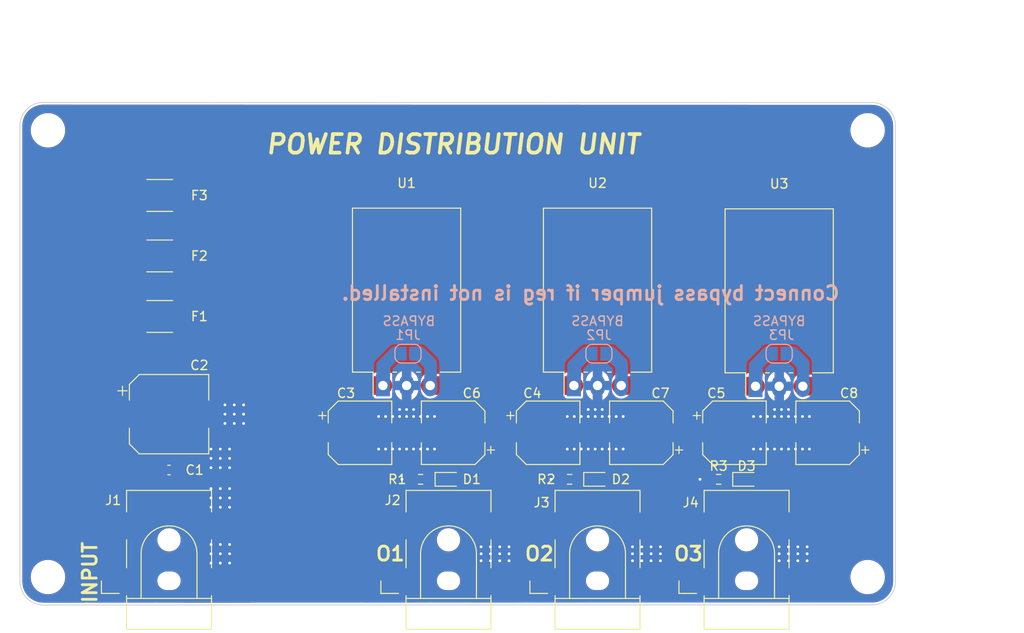
<source format=kicad_pcb>
(kicad_pcb (version 20211014) (generator pcbnew)
  (layers (0 "F.Cu" signal) (31 "B.Cu" signal) (34 "B.Paste" user) (35 "F.Paste" user) (36 "B.SilkS" user "B.Silkscreen") (37 "F.SilkS" user "F.Silkscreen") (38 "B.Mask" user) (39 "F.Mask" user) (44 "Edge.Cuts" user))
  (net 0 "")
  (net 1 "+12V")
  (net 2 "GND")
  (net 3 "Net-(C3-Pad1)")
  (net 4 "Net-(C4-Pad1)")
  (net 5 "Net-(C5-Pad1)")
  (net 6 "Net-(C6-Pad1)")
  (net 7 "Net-(C7-Pad1)")
  (net 8 "Net-(C8-Pad1)")
  (net 9 "Net-(D1-Pad1)")
  (net 10 "Net-(D2-Pad1)")
  (net 11 "Net-(D3-Pad1)")
  (footprint "Capacitor_SMD:C_0603_1608Metric" (layer "F.Cu") (at 111 93.5)
    (fp_text reference "C1" (at 2.75 0) (layer "F.SilkS"))
    (fp_text value "0.1uF")
    (pad "1" smd roundrect (at -0.775 0) (size 0.9 0.95) (layers "F.Cu" "F.Paste" "F.Mask") (net 1 "+12V"))
    (pad "2" smd roundrect (at 0.775 0) (size 0.9 0.95) (layers "F.Cu" "F.Paste" "F.Mask") (net 2 "GND"))
  )
  (footprint "LED_SMD:LED_0603_1608Metric" (layer "F.Cu") (at 141.046797 94.5)
    (fp_text reference "D1" (at 2.453203 0) (layer "F.SilkS"))
    (fp_text value "LED")
    (pad "1" smd roundrect (at -0.7875 0) (size 0.875 0.95) (layers "F.Cu" "F.Paste" "F.Mask") (net 9 "Net-(D1-Pad1)"))
    (pad "2" smd roundrect (at 0.7875 0) (size 0.875 0.95) (layers "F.Cu" "F.Paste" "F.Mask") (net 6 "Net-(C6-Pad1)"))
  )
  (footprint "Converter_DCDC:Converter_DCDC_RECOM_R-78HB-0.5L_THT" (layer "F.Cu") (at 154.46 84.425)
    (fp_text reference "U2" (at 2.54 -21.75) (layer "F.SilkS"))
    (fp_text value "AMSR2-7805JZ")
    (pad "1" thru_hole rect (at 0 0) (size 1.5 2.3) (drill 1) (layers *.Cu *.Mask) (net 4 "Net-(C4-Pad1)"))
    (pad "2" thru_hole oval (at 2.54 0) (size 1.5 2.3) (drill 1) (layers *.Cu *.Mask) (net 2 "GND"))
    (pad "3" thru_hole oval (at 5.08 0) (size 1.5 2.3) (drill 1) (layers *.Cu *.Mask) (net 7 "Net-(C7-Pad1)"))
  )
  (footprint "Fuse:Fuse_1812_4532Metric" (layer "F.Cu") (at 110 64)
    (fp_text reference "F3" (at 4.25 0) (layer "F.SilkS"))
    (fp_text value "Polyfuse")
    (pad "1" smd roundrect (at -2.1375 0) (size 1.125 3.4) (layers "F.Cu" "F.Paste" "F.Mask") (roundrect_rratio 0.2222222222) (net 1 "+12V"))
    (pad "2" smd roundrect (at 2.1375 0) (size 1.125 3.4) (layers "F.Cu" "F.Paste" "F.Mask") (roundrect_rratio 0.2222222222) (net 5 "Net-(C5-Pad1)"))
  )
  (footprint "Converter_DCDC:Converter_DCDC_RECOM_R-78HB-0.5L_THT" (layer "F.Cu") (at 133.96 84.425)
    (fp_text reference "U1" (at 2.54 -21.75) (layer "F.SilkS"))
    (fp_text value "AMSR2-7805JZ")
    (pad "1" thru_hole rect (at 0 0) (size 1.5 2.3) (drill 1) (layers *.Cu *.Mask) (net 3 "Net-(C3-Pad1)"))
    (pad "2" thru_hole oval (at 2.54 0) (size 1.5 2.3) (drill 1) (layers *.Cu *.Mask) (net 2 "GND"))
    (pad "3" thru_hole oval (at 5.08 0) (size 1.5 2.3) (drill 1) (layers *.Cu *.Mask) (net 6 "Net-(C6-Pad1)"))
  )
  (footprint "Resistor_SMD:R_0603_1608Metric" (layer "F.Cu") (at 154 94.5)
    (fp_text reference "R2" (at -2.5 0) (layer "F.SilkS"))
    (fp_text value "4K7")
    (pad "1" smd roundrect (at -0.825 0) (size 0.8 0.95) (layers "F.Cu" "F.Paste" "F.Mask") (net 2 "GND"))
    (pad "2" smd roundrect (at 0.825 0) (size 0.8 0.95) (layers "F.Cu" "F.Paste" "F.Mask") (net 10 "Net-(D2-Pad1)"))
  )
  (footprint "Capacitor_SMD:CP_Elec_8x10" (layer "F.Cu") (at 111 87.5)
    (fp_text reference "C2" (at 3.25 -5.25) (layer "F.SilkS"))
    (fp_text value "220uF")
    (pad "1" smd roundrect (at -3.25 0) (size 3.5 2.5) (layers "F.Cu" "F.Paste" "F.Mask") (roundrect_rratio 0.1) (net 1 "+12V"))
    (pad "2" smd roundrect (at 3.25 0) (size 3.5 2.5) (layers "F.Cu" "F.Paste" "F.Mask") (roundrect_rratio 0.1) (net 2 "GND"))
  )
  (footprint "MountingHole:MountingHole_3.2mm_M3" (layer "F.Cu") (at 98 105)
    (fp_text reference "H3" hide)
    (fp_text value "MountingHole")
    (pad "" np_thru_hole circle (at 0 0) (size 3.2 3.2) (drill 3.2) (layers *.Cu *.Mask))
  )
  (footprint "MountingHole:MountingHole_3.2mm_M3" (layer "F.Cu") (at 186 57)
    (fp_text reference "H2" hide)
    (fp_text value "MountingHole")
    (pad "" np_thru_hole circle (at 0 0) (size 3.2 3.2) (drill 3.2) (layers *.Cu *.Mask))
  )
  (footprint "Fuse:Fuse_1812_4532Metric" (layer "F.Cu") (at 110 77)
    (fp_text reference "F1" (at 4.25 0) (layer "F.SilkS"))
    (fp_text value "Polyfuse")
    (pad "1" smd roundrect (at -2.1375 0) (size 1.125 3.4) (layers "F.Cu" "F.Paste" "F.Mask") (roundrect_rratio 0.2222222222) (net 1 "+12V"))
    (pad "2" smd roundrect (at 2.1375 0) (size 1.125 3.4) (layers "F.Cu" "F.Paste" "F.Mask") (roundrect_rratio 0.2222222222) (net 3 "Net-(C3-Pad1)"))
  )
  (footprint "Connector_BarrelJack:BarrelJack_CLIFF_FC681465S_SMT_Horizontal" (layer "F.Cu") (at 157 102.5 90)
    (fp_text reference "J3" (at 5.5 -6 180) (layer "F.SilkS"))
    (fp_text value "OUT2")
    (pad "" np_thru_hole oval (at -2.9 0 180) (size 2 1.5) (drill oval 2 1.5) (layers *.Cu *.Mask))
    (pad "" np_thru_hole circle (at 1.5 0 180) (size 2 2) (drill 2) (layers *.Cu *.Mask))
    (pad "1" smd rect (at 3 -5.5 180) (size 3 2) (layers "F.Cu" "F.Paste" "F.Mask") (net 7 "Net-(C7-Pad1)"))
    (pad "1" smd rect (at -3 -5.5 180) (size 3 2) (layers "F.Cu" "F.Paste" "F.Mask") (net 7 "Net-(C7-Pad1)"))
    (pad "2" smd rect (at 3 5.5 180) (size 3 2) (layers "F.Cu" "F.Paste" "F.Mask") (net 2 "GND"))
    (pad "3" smd rect (at -3 5.5 180) (size 3 2) (layers "F.Cu" "F.Paste" "F.Mask") (net 2 "GND"))
  )
  (footprint "Resistor_SMD:R_0603_1608Metric" (layer "F.Cu") (at 170 94.5)
    (fp_text reference "R3" (at 0 -1.43) (layer "F.SilkS"))
    (fp_text value "4K7")
    (pad "1" smd roundrect (at -0.825 0) (size 0.8 0.95) (layers "F.Cu" "F.Paste" "F.Mask") (net 2 "GND"))
    (pad "2" smd roundrect (at 0.825 0) (size 0.8 0.95) (layers "F.Cu" "F.Paste" "F.Mask") (net 11 "Net-(D3-Pad1)"))
  )
  (footprint "Capacitor_SMD:CP_Elec_6.3x5.4" (layer "F.Cu") (at 171.7 89.5)
    (fp_text reference "C5" (at -1.95 -4.25) (layer "F.SilkS"))
    (fp_text value "22uF")
    (pad "1" smd roundrect (at -2.8 0) (size 3.5 1.6) (layers "F.Cu" "F.Paste" "F.Mask") (roundrect_rratio 0.15625) (net 5 "Net-(C5-Pad1)"))
    (pad "2" smd roundrect (at 2.8 0) (size 3.5 1.6) (layers "F.Cu" "F.Paste" "F.Mask") (roundrect_rratio 0.15625) (net 2 "GND"))
  )
  (footprint "MountingHole:MountingHole_3.2mm_M3" (layer "F.Cu") (at 98 57)
    (fp_text reference "H1" hide)
    (fp_text value "MountingHole")
    (pad "" np_thru_hole circle (at 0 0) (size 3.2 3.2) (drill 3.2) (layers *.Cu *.Mask))
  )
  (footprint "Capacitor_SMD:CP_Elec_6.3x5.4" (layer "F.Cu") (at 141.5 89.5 180)
    (fp_text reference "C6" (at -2 4.25) (layer "F.SilkS"))
    (fp_text value "22uF")
    (pad "1" smd roundrect (at -2.8 0 180) (size 3.5 1.6) (layers "F.Cu" "F.Paste" "F.Mask") (roundrect_rratio 0.15625) (net 6 "Net-(C6-Pad1)"))
    (pad "2" smd roundrect (at 2.8 0 180) (size 3.5 1.6) (layers "F.Cu" "F.Paste" "F.Mask") (roundrect_rratio 0.15625) (net 2 "GND"))
  )
  (footprint "Resistor_SMD:R_0603_1608Metric" (layer "F.Cu") (at 138 94.5)
    (fp_text reference "R1" (at -2.5 0) (layer "F.SilkS"))
    (fp_text value "2K")
    (pad "1" smd roundrect (at -0.825 0) (size 0.8 0.95) (layers "F.Cu" "F.Paste" "F.Mask") (net 2 "GND"))
    (pad "2" smd roundrect (at 0.825 0) (size 0.8 0.95) (layers "F.Cu" "F.Paste" "F.Mask") (net 9 "Net-(D1-Pad1)"))
  )
  (footprint "Converter_DCDC:Converter_DCDC_RECOM_R-78HB-0.5L_THT" (layer "F.Cu") (at 173.96 84.5)
    (fp_text reference "U3" (at 2.54 -21.75) (layer "F.SilkS"))
    (fp_text value "AMSR2-7805JZ")
    (pad "1" thru_hole rect (at 0 0) (size 1.5 2.3) (drill 1) (layers *.Cu *.Mask) (net 5 "Net-(C5-Pad1)"))
    (pad "2" thru_hole oval (at 2.54 0) (size 1.5 2.3) (drill 1) (layers *.Cu *.Mask) (net 2 "GND"))
    (pad "3" thru_hole oval (at 5.08 0) (size 1.5 2.3) (drill 1) (layers *.Cu *.Mask) (net 8 "Net-(C8-Pad1)"))
  )
  (footprint "Connector_BarrelJack:BarrelJack_CLIFF_FC681465S_SMT_Horizontal" (layer "F.Cu") (at 173 102.5 90)
    (fp_text reference "J4" (at 5.5 -6 180) (layer "F.SilkS"))
    (fp_text value "OUT3")
    (pad "" np_thru_hole oval (at -2.9 0 180) (size 2 1.5) (drill oval 2 1.5) (layers *.Cu *.Mask))
    (pad "" np_thru_hole circle (at 1.5 0 180) (size 2 2) (drill 2) (layers *.Cu *.Mask))
    (pad "1" smd rect (at -3 -5.5 180) (size 3 2) (layers "F.Cu" "F.Paste" "F.Mask") (net 8 "Net-(C8-Pad1)"))
    (pad "1" smd rect (at 3 -5.5 180) (size 3 2) (layers "F.Cu" "F.Paste" "F.Mask") (net 8 "Net-(C8-Pad1)"))
    (pad "2" smd rect (at 3 5.5 180) (size 3 2) (layers "F.Cu" "F.Paste" "F.Mask") (net 2 "GND"))
    (pad "3" smd rect (at -3 5.5 180) (size 3 2) (layers "F.Cu" "F.Paste" "F.Mask") (net 2 "GND"))
  )
  (footprint "LED_SMD:LED_0603_1608Metric" (layer "F.Cu") (at 157 94.5)
    (fp_text reference "D2" (at 2.5 0) (layer "F.SilkS"))
    (fp_text value "LED")
    (pad "1" smd roundrect (at -0.7875 0) (size 0.875 0.95) (layers "F.Cu" "F.Paste" "F.Mask") (net 10 "Net-(D2-Pad1)"))
    (pad "2" smd roundrect (at 0.7875 0) (size 0.875 0.95) (layers "F.Cu" "F.Paste" "F.Mask") (net 7 "Net-(C7-Pad1)"))
  )
  (footprint "Capacitor_SMD:CP_Elec_6.3x5.4" (layer "F.Cu") (at 181.7 89.5 180)
    (fp_text reference "C8" (at -2.3 4.25) (layer "F.SilkS"))
    (fp_text value "22uF")
    (pad "1" smd roundrect (at -2.8 0 180) (size 3.5 1.6) (layers "F.Cu" "F.Paste" "F.Mask") (roundrect_rratio 0.15625) (net 8 "Net-(C8-Pad1)"))
    (pad "2" smd roundrect (at 2.8 0 180) (size 3.5 1.6) (layers "F.Cu" "F.Paste" "F.Mask") (roundrect_rratio 0.15625) (net 2 "GND"))
  )
  (footprint "LED_SMD:LED_0603_1608Metric" (layer "F.Cu") (at 173 94.5)
    (fp_text reference "D3" (at 0 -1.43) (layer "F.SilkS"))
    (fp_text value "LED")
    (pad "1" smd roundrect (at -0.7875 0) (size 0.875 0.95) (layers "F.Cu" "F.Paste" "F.Mask") (net 11 "Net-(D3-Pad1)"))
    (pad "2" smd roundrect (at 0.7875 0) (size 0.875 0.95) (layers "F.Cu" "F.Paste" "F.Mask") (net 8 "Net-(C8-Pad1)"))
  )
  (footprint "Capacitor_SMD:CP_Elec_6.3x5.4" (layer "F.Cu") (at 131.5 89.5)
    (fp_text reference "C3" (at -1.5 -4.25) (layer "F.SilkS"))
    (fp_text value "22uF")
    (pad "1" smd roundrect (at -2.8 0) (size 3.5 1.6) (layers "F.Cu" "F.Paste" "F.Mask") (roundrect_rratio 0.15625) (net 3 "Net-(C3-Pad1)"))
    (pad "2" smd roundrect (at 2.8 0) (size 3.5 1.6) (layers "F.Cu" "F.Paste" "F.Mask") (roundrect_rratio 0.15625) (net 2 "GND"))
  )
  (footprint "Connector_BarrelJack:BarrelJack_CLIFF_FC681465S_SMT_Horizontal" (layer "F.Cu") (at 141 102.5 90)
    (fp_text reference "J2" (at 5.75 -6 180) (layer "F.SilkS"))
    (fp_text value "OUT1")
    (pad "" np_thru_hole circle (at 1.5 0 180) (size 2 2) (drill 2) (layers *.Cu *.Mask))
    (pad "" np_thru_hole oval (at -2.9 0 180) (size 2 1.5) (drill oval 2 1.5) (layers *.Cu *.Mask))
    (pad "1" smd rect (at -3 -5.5 180) (size 3 2) (layers "F.Cu" "F.Paste" "F.Mask") (net 6 "Net-(C6-Pad1)"))
    (pad "1" smd rect (at 3 -5.5 180) (size 3 2) (layers "F.Cu" "F.Paste" "F.Mask") (net 6 "Net-(C6-Pad1)"))
    (pad "2" smd rect (at 3 5.5 180) (size 3 2) (layers "F.Cu" "F.Paste" "F.Mask") (net 2 "GND"))
    (pad "3" smd rect (at -3 5.5 180) (size 3 2) (layers "F.Cu" "F.Paste" "F.Mask") (net 2 "GND"))
  )
  (footprint "Capacitor_SMD:CP_Elec_6.3x5.4" (layer "F.Cu") (at 151.7 89.5)
    (fp_text reference "C4" (at -1.7 -4.25) (layer "F.SilkS"))
    (fp_text value "22uF")
    (pad "1" smd roundrect (at -2.8 0) (size 3.5 1.6) (layers "F.Cu" "F.Paste" "F.Mask") (roundrect_rratio 0.15625) (net 4 "Net-(C4-Pad1)"))
    (pad "2" smd roundrect (at 2.8 0) (size 3.5 1.6) (layers "F.Cu" "F.Paste" "F.Mask") (roundrect_rratio 0.15625) (net 2 "GND"))
  )
  (footprint "Connector_BarrelJack:BarrelJack_CLIFF_FC681465S_SMT_Horizontal" (layer "F.Cu") (at 111 102.5 90)
    (fp_text reference "J1" (at 5.75 -6 180) (layer "F.SilkS"))
    (fp_text value "IN")
    (pad "" np_thru_hole oval (at -2.9 0 180) (size 2 1.5) (drill oval 2 1.5) (layers *.Cu *.Mask))
    (pad "" np_thru_hole circle (at 1.5 0 180) (size 2 2) (drill 2) (layers *.Cu *.Mask))
    (pad "1" smd rect (at -3 -5.5 180) (size 3 2) (layers "F.Cu" "F.Paste" "F.Mask") (net 1 "+12V"))
    (pad "1" smd rect (at 3 -5.5 180) (size 3 2) (layers "F.Cu" "F.Paste" "F.Mask") (net 1 "+12V"))
    (pad "2" smd rect (at 3 5.5 180) (size 3 2) (layers "F.Cu" "F.Paste" "F.Mask") (net 2 "GND"))
    (pad "3" smd rect (at -3 5.5 180) (size 3 2) (layers "F.Cu" "F.Paste" "F.Mask") (net 2 "GND"))
  )
  (footprint "Capacitor_SMD:CP_Elec_6.3x5.4" (layer "F.Cu") (at 161.7 89.5 180)
    (fp_text reference "C7" (at -2.05 4.25) (layer "F.SilkS"))
    (fp_text value "22uF")
    (pad "1" smd roundrect (at -2.8 0 180) (size 3.5 1.6) (layers "F.Cu" "F.Paste" "F.Mask") (roundrect_rratio 0.15625) (net 7 "Net-(C7-Pad1)"))
    (pad "2" smd roundrect (at 2.8 0 180) (size 3.5 1.6) (layers "F.Cu" "F.Paste" "F.Mask") (roundrect_rratio 0.15625) (net 2 "GND"))
  )
  (footprint "Voltlog:voltlog_mask_5mm" (layer "F.Cu") (at 126 98.5)
    (fp_text reference "V1" hide)
    (fp_text value "VOLTLOG_LOGO" hide)
  )
  (footprint "MountingHole:MountingHole_3.2mm_M3" (layer "F.Cu") (at 186 105)
    (fp_text reference "H4" hide)
    (fp_text value "MountingHole")
    (pad "" np_thru_hole circle (at 0 0) (size 3.2 3.2) (drill 3.2) (layers *.Cu *.Mask))
  )
  (footprint "Fuse:Fuse_1812_4532Metric" (layer "F.Cu") (at 110 70.5)
    (fp_text reference "F2" (at 4.25 0) (layer "F.SilkS"))
    (fp_text value "Polyfuse")
    (pad "1" smd roundrect (at -2.1375 0) (size 1.125 3.4) (layers "F.Cu" "F.Paste" "F.Mask") (roundrect_rratio 0.2222222222) (net 1 "+12V"))
    (pad "2" smd roundrect (at 2.1375 0) (size 1.125 3.4) (layers "F.Cu" "F.Paste" "F.Mask") (roundrect_rratio 0.2222222222) (net 4 "Net-(C4-Pad1)"))
  )
  (footprint "Jumper:SolderJumper-2_P1.3mm_Open_RoundedPad1.0x1.5mm" (layer "B.Cu") (at 136.65 81)
    (fp_text reference "JP1" (at 0 -2) (layer "B.SilkS") (effects (justify mirror)))
    (fp_text value "bypass")
    (pad "1" smd custom (at -0.65 0) (size 1 0.5) (layers "B.Cu" "B.Mask") (net 3 "Net-(C3-Pad1)") (options (clearance outline) (anchor rect)) (primitives (gr_circle (center 0 -0.25) (end 0.5 -0.25) (width 0) (fill yes)) (gr_circle (center 0 0.25) (end 0.5 0.25) (width 0) (fill yes)) (gr_poly (pts (xy 0.5 0.75) (xy 0 0.75) (xy 0 -0.75) (xy 0.5 -0.75)) (width 0) (fill yes))))
    (pad "2" smd custom (at 0.65 0) (size 1 0.5) (layers "B.Cu" "B.Mask") (net 6 "Net-(C6-Pad1)") (options (clearance outline) (anchor rect)) (primitives (gr_circle (center 0 -0.25) (end 0.5 -0.25) (width 0) (fill yes)) (gr_circle (center 0 0.25) (end 0.5 0.25) (width 0) (fill yes)) (gr_poly (pts (xy 0 0.75) (xy -0.5 0.75) (xy -0.5 -0.75) (xy 0 -0.75)) (width 0) (fill yes))))
  )
  (footprint "Jumper:SolderJumper-2_P1.3mm_Open_RoundedPad1.0x1.5mm" (layer "B.Cu") (at 157.15 81)
    (fp_text reference "JP2" (at 0 -2) (layer "B.SilkS") (effects (justify mirror)))
    (fp_text value "bypass")
    (pad "1" smd custom (at -0.65 0) (size 1 0.5) (layers "B.Cu" "B.Mask") (net 4 "Net-(C4-Pad1)") (options (clearance outline) (anchor rect)) (primitives (gr_circle (center 0 -0.25) (end 0.5 -0.25) (width 0) (fill yes)) (gr_circle (center 0 0.25) (end 0.5 0.25) (width 0) (fill yes)) (gr_poly (pts (xy 0.5 0.75) (xy 0 0.75) (xy 0 -0.75) (xy 0.5 -0.75)) (width 0) (fill yes))))
    (pad "2" smd custom (at 0.65 0) (size 1 0.5) (layers "B.Cu" "B.Mask") (net 7 "Net-(C7-Pad1)") (options (clearance outline) (anchor rect)) (primitives (gr_circle (center 0 -0.25) (end 0.5 -0.25) (width 0) (fill yes)) (gr_circle (center 0 0.25) (end 0.5 0.25) (width 0) (fill yes)) (gr_poly (pts (xy 0 0.75) (xy -0.5 0.75) (xy -0.5 -0.75) (xy 0 -0.75)) (width 0) (fill yes))))
  )
  (footprint "Jumper:SolderJumper-2_P1.3mm_Open_RoundedPad1.0x1.5mm" (layer "B.Cu") (at 176.5 81)
    (fp_text reference "JP3" (at 0.25 -2) (layer "B.SilkS") (effects (justify mirror)))
    (fp_text value "bypass")
    (pad "1" smd custom (at -0.65 0) (size 1 0.5) (layers "B.Cu" "B.Mask") (net 5 "Net-(C5-Pad1)") (options (clearance outline) (anchor rect)) (primitives (gr_circle (center 0 -0.25) (end 0.5 -0.25) (width 0) (fill yes)) (gr_circle (center 0 0.25) (end 0.5 0.25) (width 0) (fill yes)) (gr_poly (pts (xy 0.5 0.75) (xy 0 0.75) (xy 0 -0.75) (xy 0.5 -0.75)) (width 0) (fill yes))))
    (pad "2" smd custom (at 0.65 0) (size 1 0.5) (layers "B.Cu" "B.Mask") (net 8 "Net-(C8-Pad1)") (options (clearance outline) (anchor rect)) (primitives (gr_circle (center 0 -0.25) (end 0.5 -0.25) (width 0) (fill yes)) (gr_circle (center 0 0.25) (end 0.5 0.25) (width 0) (fill yes)) (gr_poly (pts (xy 0 0.75) (xy -0.5 0.75) (xy -0.5 -0.75) (xy 0 -0.75)) (width 0) (fill yes))))
  )
  (gr_arc (start 188.982233 105.482233) (mid 188.25 107.25) (end 186.482233 107.982233) (layer "Edge.Cuts") (width 0.1))
  (gr_line (start 95 105.5) (end 95 56.5) (layer "Edge.Cuts") (width 0.1))
  (gr_line (start 188.982233 56.517767) (end 188.982233 105.482233) (layer "Edge.Cuts") (width 0.1))
  (gr_line (start 186.482233 107.982233) (end 97.5 108) (layer "Edge.Cuts") (width 0.1))
  (gr_arc (start 95 56.5) (mid 95.732233 54.732233) (end 97.5 54) (layer "Edge.Cuts") (width 0.1))
  (gr_arc (start 186.482233 54.017767) (mid 188.25 54.75) (end 188.982233 56.517767) (layer "Edge.Cuts") (width 0.1))
  (gr_line (start 97.5 54) (end 186.482233 54.017767) (layer "Edge.Cuts") (width 0.1))
  (gr_arc (start 97.5 108) (mid 95.732233 107.267767) (end 95 105.5) (layer "Edge.Cuts") (width 0.1))
  (gr_text "Connect bypass jumper if reg is not installed." (at 156.25 74.5) (layer "B.SilkS") (effects (font (size 1.5 1.5) (thickness 0.3)) (justify mirror)))
  (gr_text "BYPASS" (at 157 77.5) (layer "B.SilkS") (effects (font (size 1 1)) (justify mirror)))
  (gr_text "BYPASS" (at 136.75 77.5) (layer "B.SilkS") (effects (font (size 1 1)) (justify mirror)))
  (gr_text "BYPASS" (at 176.5 77.5) (layer "B.SilkS") (effects (font (size 1 1)) (justify mirror)))
  (gr_text "O3" (at 166.75 102.5) (layer "F.SilkS") (effects (font (size 1.5 1.5) (thickness 0.3))))
  (gr_text "INPUT" (at 102.5 104.5 90) (layer "F.SilkS") (effects (font (size 1.5 1.5) (thickness 0.3))))
  (gr_text "O2" (at 150.75 102.5) (layer "F.SilkS") (effects (font (size 1.5 1.5) (thickness 0.3))))
  (gr_text "O1" (at 134.75 102.5) (layer "F.SilkS") (effects (font (size 1.5 1.5) (thickness 0.3))))
  (gr_text "POWER DISTRIBUTION UNIT" (at 141.5 58.5) (layer "F.SilkS") (effects (font (size 2 2) (thickness 0.4) italic)))
  (segment (start 110.225 93.5) (end 107.75 93.5) (width 0.6) (layer "F.Cu") (net 1))
  (segment (start 169.175 94.5) (end 168 94.5) (width 0.3) (layer "F.Cu") (net 2))
  (segment (start 111.775 93.5) (end 113.75 93.5) (width 0.6) (layer "F.Cu") (net 2))
  (segment (start 137.175 94.5) (end 136 94.5) (width 0.3) (layer "F.Cu") (net 2))
  (segment (start 153.175 94.5) (end 152 94.5) (width 0.3) (layer "F.Cu") (net 2))
  (via (at 178.5 102.5) (size 0.6) (drill 0.3) (layers "F.Cu" "B.Cu") (net 2))
  (via (at 115.5 97.5) (size 0.6) (drill 0.3) (layers "F.Cu" "B.Cu") (net 2))
  (via (at 177.5 103.25) (size 0.6) (drill 0.3) (layers "F.Cu" "B.Cu") (net 2))
  (via (at 145.5 103.25) (size 0.6) (drill 0.3) (layers "F.Cu" "B.Cu") (net 2))
  (via (at 119 86.5) (size 0.6) (drill 0.3) (layers "F.Cu" "B.Cu") (net 2))
  (via (at 178.25 87.75) (size 0.6) (drill 0.3) (layers "F.Cu" "B.Cu") (net 2))
  (via (at 118 88.5) (size 0.6) (drill 0.3) (layers "F.Cu" "B.Cu") (net 2))
  (via (at 161.75 101.75) (size 0.6) (drill 0.3) (layers "F.Cu" "B.Cu") (net 2))
  (via (at 135 87.75) (size 0.6) (drill 0.3) (layers "F.Cu" "B.Cu") (net 2))
  (via (at 173.75 87.75) (size 0.6) (drill 0.3) (layers "F.Cu" "B.Cu") (net 2))
  (via (at 134.25 87.75) (size 0.6) (drill 0.3) (layers "F.Cu" "B.Cu") (net 2))
  (via (at 156.75 87.75) (size 0.6) (drill 0.3) (layers "F.Cu" "B.Cu") (net 2))
  (via (at 159.75 91.25) (size 0.6) (drill 0.3) (layers "F.Cu" "B.Cu") (net 2))
  (via (at 117.5 102.5) (size 0.6) (drill 0.3) (layers "F.Cu" "B.Cu") (net 2))
  (via (at 176.75 87.75) (size 0.6) (drill 0.3) (layers "F.Cu" "B.Cu") (net 2))
  (via (at 159.75 87.75) (size 0.6) (drill 0.3) (layers "F.Cu" "B.Cu") (net 2))
  (via (at 161.75 103.25) (size 0.6) (drill 0.3) (layers "F.Cu" "B.Cu") (net 2))
  (via (at 117.5 97.5) (size 0.6) (drill 0.3) (layers "F.Cu" "B.Cu") (net 2))
  (via (at 157.5 87) (size 0.6) (drill 0.3) (layers "F.Cu" "B.Cu") (net 2))
  (via (at 147.5 101.75) (size 0.6) (drill 0.3) (layers "F.Cu" "B.Cu") (net 2))
  (via (at 176.5 102.5) (size 0.6) (drill 0.3) (layers "F.Cu" "B.Cu") (net 2))
  (via (at 134.25 91.25) (size 0.6) (drill 0.3) (layers "F.Cu" "B.Cu") (net 2))
  (via (at 116.5 97.5) (size 0.6) (drill 0.3) (layers "F.Cu" "B.Cu") (net 2))
  (via (at 177.5 87.75) (size 0.6) (drill 0.3) (layers "F.Cu" "B.Cu") (net 2))
  (via (at 176.5 101.75) (size 0.6) (drill 0.3) (layers "F.Cu" "B.Cu") (net 2))
  (via (at 146.5 102.5) (size 0.6) (drill 0.3) (layers "F.Cu" "B.Cu") (net 2))
  (via (at 176 87) (size 0.6) (drill 0.3) (layers "F.Cu" "B.Cu") (net 2))
  (via (at 119 87.5) (size 0.6) (drill 0.3) (layers "F.Cu" "B.Cu") (net 2))
  (via (at 173.75 91.25) (size 0.6) (drill 0.3) (layers "F.Cu" "B.Cu") (net 2))
  (via (at 137.25 91.25) (size 0.6) (drill 0.3) (layers "F.Cu" "B.Cu") (net 2))
  (via (at 153.75 87.75) (size 0.6) (drill 0.3) (layers "F.Cu" "B.Cu") (net 2))
  (via (at 144.5 101.75) (size 0.6) (drill 0.3) (layers "F.Cu" "B.Cu") (net 2))
  (via (at 177.5 101.75) (size 0.6) (drill 0.3) (layers "F.Cu" "B.Cu") (net 2))
  (via (at 155.25 87.75) (size 0.6) (drill 0.3) (layers "F.Cu" "B.Cu") (net 2))
  (via (at 115.5 96.5) (size 0.6) (drill 0.3) (layers "F.Cu" "B.Cu") (net 2))
  (via (at 139.5 87.75) (size 0.6) (drill 0.3) (layers "F.Cu" "B.Cu") (net 2))
  (via (at 135.75 87) (size 0.6) (drill 0.3) (layers "F.Cu" "B.Cu") (net 2))
  (via (at 137.25 87.75) (size 0.6) (drill 0.3) (layers "F.Cu" "B.Cu") (net 2))
  (via (at 116.5 96.5) (size 0.6) (drill 0.3) (layers "F.Cu" "B.Cu") (net 2))
  (via (at 117.5 91.25) (size 0.6) (drill 0.3) (layers "F.Cu" "B.Cu") (net 2))
  (via (at 176.5 103.25) (size 0.6) (drill 0.3) (layers "F.Cu" "B.Cu") (net 2))
  (via (at 145.5 101.75) (size 0.6) (drill 0.3) (layers "F.Cu" "B.Cu") (net 2))
  (via (at 176.75 91.25) (size 0.6) (drill 0.3) (layers "F.Cu" "B.Cu") (net 2))
  (via (at 115.5 95.5) (size 0.6) (drill 0.3) (layers "F.Cu" "B.Cu") (net 2))
  (via (at 155.25 91.25) (size 0.6) (drill 0.3) (layers "F.Cu" "B.Cu") (net 2))
  (via (at 138.75 87.75) (size 0.6) (drill 0.3) (layers "F.Cu" "B.Cu") (net 2))
  (via (at 161.75 102.5) (size 0.6) (drill 0.3) (layers "F.Cu" "B.Cu") (net 2))
  (via (at 156.75 87) (size 0.6) (drill 0.3) (layers "F.Cu" "B.Cu") (net 2))
  (via (at 179.5 101.75) (size 0.6) (drill 0.3) (layers "F.Cu" "B.Cu") (net 2))
  (via (at 162.75 101.75) (size 0.6) (drill 0.3) (layers "F.Cu" "B.Cu") (net 2))
  (via (at 137.25 87) (size 0.6) (drill 0.3) (layers "F.Cu" "B.Cu") (net 2))
  (via (at 135 91.25) (size 0.6) (drill 0.3) (layers "F.Cu" "B.Cu") (net 2))
  (via (at 115.5 92.25) (size 0.6) (drill 0.3) (layers "F.Cu" "B.Cu") (net 2))
  (via (at 116.5 91.25) (size 0.6) (drill 0.3) (layers "F.Cu" "B.Cu") (net 2))
  (via (at 144.5 102.5) (size 0.6) (drill 0.3) (layers "F.Cu" "B.Cu") (net 2))
  (via (at 116.5 101.5) (size 0.6) (drill 0.3) (layers "F.Cu" "B.Cu") (net 2))
  (via (at 178.25 91.25) (size 0.6) (drill 0.3) (layers "F.Cu" "B.Cu") (net 2))
  (via (at 158.25 91.25) (size 0.6) (drill 0.3) (layers "F.Cu" "B.Cu") (net 2))
  (via (at 157.5 87.75) (size 0.6) (drill 0.3) (layers "F.Cu" "B.Cu") (net 2))
  (via (at 156 87) (size 0.6) (drill 0.3) (layers "F.Cu" "B.Cu") (net 2))
  (via (at 153.75 91.25) (size 0.6) (drill 0.3) (layers "F.Cu" "B.Cu") (net 2))
  (via (at 156 91.25) (size 0.6) (drill 0.3) (layers "F.Cu" "B.Cu") (net 2))
  (via (at 179.75 87.75) (size 0.6) (drill 0.3) (layers "F.Cu" "B.Cu") (net 2))
  (via (at 147.5 102.5) (size 0.6) (drill 0.3) (layers "F.Cu" "B.Cu") (net 2))
  (via (at 133.5 91.25) (size 0.6) (drill 0.3) (layers "F.Cu" "B.Cu") (net 2))
  (via (at 177.5 87) (size 0.6) (drill 0.3) (layers "F.Cu" "B.Cu") (net 2))
  (via (at 118 86.5) (size 0.6) (drill 0.3) (layers "F.Cu" "B.Cu") (net 2))
  (via (at 179 91.25) (size 0.6) (drill 0.3) (layers "F.Cu" "B.Cu") (net 2))
  (via (at 147.5 103.25) (size 0.6) (drill 0.3) (layers "F.Cu" "B.Cu") (net 2))
  (via (at 133.5 87.75) (size 0.6) (drill 0.3) (layers "F.Cu" "B.Cu") (net 2))
  (via (at 139.5 91.25) (size 0.6) (drill 0.3) (layers "F.Cu" "B.Cu") (net 2))
  (via (at 156.75 91.25) (size 0.6) (drill 0.3) (layers "F.Cu" "B.Cu") (net 2))
  (via (at 174.5 91.25) (size 0.6) (drill 0.3) (layers "F.Cu" "B.Cu") (net 2))
  (via (at 115.5 91.25) (size 0.6) (drill 0.3) (layers "F.Cu" "B.Cu") (net 2))
  (via (at 146.5 101.75) (size 0.6) (drill 0.3) (layers "F.Cu" "B.Cu") (net 2))
  (via (at 117.5 103.5) (size 0.6) (drill 0.3) (layers "F.Cu" "B.Cu") (net 2))
  (via (at 175.25 87.75) (size 0.6) (drill 0.3) (layers "F.Cu" "B.Cu") (net 2))
  (via (at 115.5 102.5) (size 0.6) (drill 0.3) (layers "F.Cu" "B.Cu") (net 2))
  (via (at 178.5 103.25) (size 0.6) (drill 0.3) (layers "F.Cu" "B.Cu") (net 2))
  (via (at 175.25 91.25) (size 0.6) (drill 0.3) (layers "F.Cu" "B.Cu") (net 2))
  (via (at 117.5 101.5) (size 0.6) (drill 0.3) (layers "F.Cu" "B.Cu") (net 2))
  (via (at 157.5 91.25) (size 0.6) (drill 0.3) (layers "F.Cu" "B.Cu") (net 2))
  (via (at 136 94.5) (size 0.6) (drill 0.3) (layers "F.Cu" "B.Cu") (net 2))
  (via (at 163.75 102.5) (size 0.6) (drill 0.3) (layers "F.Cu" "B.Cu") (net 2))
  (via (at 135.75 91.25) (size 0.6) (drill 0.3) (layers "F.Cu" "B.Cu") (net 2))
  (via (at 117 87.5) (size 0.6) (drill 0.3) (layers "F.Cu" "B.Cu") (net 2))
  (via (at 159 87.75) (size 0.6) (drill 0.3) (layers "F.Cu" "B.Cu") (net 2))
  (via (at 176 87.75) (size 0.6) (drill 0.3) (layers "F.Cu" "B.Cu") (net 2))
  (via (at 158.25 87.75) (size 0.6) (drill 0.3) (layers "F.Cu" "B.Cu") (net 2))
  (via (at 179.5 103.25) (size 0.6) (drill 0.3) (layers "F.Cu" "B.Cu") (net 2))
  (via (at 144.5 103.25) (size 0.6) (drill 0.3) (layers "F.Cu" "B.Cu") (net 2))
  (via (at 177.5 91.25) (size 0.6) (drill 0.3) (layers "F.Cu" "B.Cu") (net 2))
  (via (at 145.5 102.5) (size 0.6) (drill 0.3) (layers "F.Cu" "B.Cu") (net 2))
  (via (at 136.5 91.25) (size 0.6) (drill 0.3) (layers "F.Cu" "B.Cu") (net 2))
  (via (at 162.75 103.25) (size 0.6) (drill 0.3) (layers "F.Cu" "B.Cu") (net 2))
  (via (at 176 91.25) (size 0.6) (drill 0.3) (layers "F.Cu" "B.Cu") (net 2))
  (via (at 159 91.25) (size 0.6) (drill 0.3) (layers "F.Cu" "B.Cu") (net 2))
  (via (at 116.5 103.5) (size 0.6) (drill 0.3) (layers "F.Cu" "B.Cu") (net 2))
  (via (at 115.5 93.25) (size 0.6) (drill 0.3) (layers "F.Cu" "B.Cu") (net 2))
  (via (at 160.75 103.25) (size 0.6) (drill 0.3) (layers "F.Cu" "B.Cu") (net 2))
  (via (at 117.5 92.25) (size 0.6) (drill 0.3) (layers "F.Cu" "B.Cu") (net 2))
  (via (at 116.5 92.25) (size 0.6) (drill 0.3) (layers "F.Cu" "B.Cu") (net 2))
  (via (at 152 94.5) (size 0.6) (drill 0.3) (layers "F.Cu" "B.Cu") (net 2))
  (via (at 176.75 87) (size 0.6) (drill 0.3) (layers "F.Cu" "B.Cu") (net 2))
  (via (at 138 91.25) (size 0.6) (drill 0.3) (layers "F.Cu" "B.Cu") (net 2))
  (via (at 119 88.5) (size 0.6) (drill 0.3) (layers "F.Cu" "B.Cu") (net 2))
  (via (at 156 87.75) (size 0.6) (drill 0.3) (layers "F.Cu" "B.Cu") (net 2))
  (via (at 117 88.5) (size 0.6) (drill 0.3) (layers "F.Cu" "B.Cu") (net 2))
  (via (at 117.5 96.5) (size 0.6) (drill 0.3) (layers "F.Cu" "B.Cu") (net 2))
  (via (at 178.5 101.75) (size 0.6) (drill 0.3) (layers "F.Cu" "B.Cu") (net 2))
  (via (at 163.75 101.75) (size 0.6) (drill 0.3) (layers "F.Cu" "B.Cu") (net 2))
  (via (at 177.5 102.5) (size 0.6) (drill 0.3) (layers "F.Cu" "B.Cu") (net 2))
  (via (at 160.75 102.5) (size 0.6) (drill 0.3) (layers "F.Cu" "B.Cu") (net 2))
  (via (at 116.5 95.5) (size 0.6) (drill 0.3) (layers "F.Cu" "B.Cu") (net 2))
  (via (at 115.5 101.5) (size 0.6) (drill 0.3) (layers "F.Cu" "B.Cu") (net 2))
  (via (at 168 94.5) (size 0.6) (drill 0.3) (layers "F.Cu" "B.Cu") (net 2))
  (via (at 179.75 91.25) (size 0.6) (drill 0.3) (layers "F.Cu" "B.Cu") (net 2))
  (via (at 136.5 87) (size 0.6) (drill 0.3) (layers "F.Cu" "B.Cu") (net 2))
  (via (at 162.75 102.5) (size 0.6) (drill 0.3) (layers "F.Cu" "B.Cu") (net 2))
  (via (at 117.5 95.5) (size 0.6) (drill 0.3) (layers "F.Cu" "B.Cu") (net 2))
  (via (at 138 87.75) (size 0.6) (drill 0.3) (layers "F.Cu" "B.Cu") (net 2))
  (via (at 135.75 87.75) (size 0.6) (drill 0.3) (layers "F.Cu" "B.Cu") (net 2))
  (via (at 136.5 87.75) (size 0.6) (drill 0.3) (layers "F.Cu" "B.Cu") (net 2))
  (via (at 154.5 87.75) (size 0.6) (drill 0.3) (layers "F.Cu" "B.Cu") (net 2))
  (via (at 174.5 87.75) (size 0.6) (drill 0.3) (layers "F.Cu" "B.Cu") (net 2))
  (via (at 163.75 103.25) (size 0.6) (drill 0.3) (layers "F.Cu" "B.Cu") (net 2))
  (via (at 115.5 103.5) (size 0.6) (drill 0.3) (layers "F.Cu" "B.Cu") (net 2))
  (via (at 116.5 93.25) (size 0.6) (drill 0.3) (layers "F.Cu" "B.Cu") (net 2))
  (via (at 146.5 103.25) (size 0.6) (drill 0.3) (layers "F.Cu" "B.Cu") (net 2))
  (via (at 118 87.5) (size 0.6) (drill 0.3) (layers "F.Cu" "B.Cu") (net 2))
  (via (at 117 86.5) (size 0.6) (drill 0.3) (layers "F.Cu" "B.Cu") (net 2))
  (via (at 179.5 102.5) (size 0.6) (drill 0.3) (layers "F.Cu" "B.Cu") (net 2))
  (via (at 117.5 93.25) (size 0.6) (drill 0.3) (layers "F.Cu" "B.Cu") (net 2))
  (via (at 160.75 101.75) (size 0.6) (drill 0.3) (layers "F.Cu" "B.Cu") (net 2))
  (via (at 138.75 91.25) (size 0.6) (drill 0.3) (layers "F.Cu" "B.Cu") (net 2))
  (via (at 154.5 91.25) (size 0.6) (drill 0.3) (layers "F.Cu" "B.Cu") (net 2))
  (via (at 179 87.75) (size 0.6) (drill 0.3) (layers "F.Cu" "B.Cu") (net 2))
  (via (at 116.5 102.5) (size 0.6) (drill 0.3) (layers "F.Cu" "B.Cu") (net 2))
  (segment (start 123 88.25) (end 124.25 89.5) (width 2) (layer "F.Cu") (net 3))
  (segment (start 128.7 89.5) (end 128.7 86.3) (width 2) (layer "F.Cu") (net 3))
  (segment (start 130.575 84.425) (end 133.96 84.425) (width 2) (layer "F.Cu") (net 3))
  (segment (start 124.25 89.5) (end 128.7 89.5) (width 2) (layer "F.Cu") (net 3))
  (segment (start 123 79.5) (end 123 88.25) (width 2) (layer "F.Cu") (net 3))
  (segment (start 120.5 77) (end 123 79.5) (width 2) (layer "F.Cu") (net 3))
  (segment (start 112.1375 77) (end 120.5 77) (width 2) (layer "F.Cu") (net 3))
  (segment (start 128.7 86.3) (end 130.575 84.425) (width 2) (layer "F.Cu") (net 3))
  (segment (start 148 74) (end 148 86.75) (width 2) (layer "F.Cu") (net 4))
  (segment (start 152.075 84.425) (end 154.46 84.425) (width 2) (layer "F.Cu") (net 4))
  (segment (start 148 86.75) (end 148 88.6) (width 2) (layer "F.Cu") (net 4))
  (segment (start 144.5 70.5) (end 148 74) (width 2) (layer "F.Cu") (net 4))
  (segment (start 149.75 86.75) (end 152.075 84.425) (width 2) (layer "F.Cu") (net 4))
  (segment (start 148 86.75) (end 149.75 86.75) (width 2) (layer "F.Cu") (net 4))
  (segment (start 148 88.6) (end 148.9 89.5) (width 2) (layer "F.Cu") (net 4))
  (segment (start 112.1375 70.5) (end 144.5 70.5) (width 2) (layer "F.Cu") (net 4))
  (segment (start 164 64) (end 169.5 69.5) (width 2) (layer "F.Cu") (net 5))
  (segment (start 168.9 86.35) (end 168.9 89.5) (width 2) (layer "F.Cu") (net 5))
  (segment (start 169.5 84.25) (end 169.75 84.5) (width 2) (layer "F.Cu") (net 5))
  (segment (start 173.96 84.5) (end 170.75 84.5) (width 2) (layer "F.Cu") (net 5))
  (segment (start 170.75 84.5) (end 168.9 86.35) (width 2) (layer "F.Cu") (net 5))
  (segment (start 112.1375 64) (end 164 64) (width 2) (layer "F.Cu") (net 5))
  (segment (start 169.5 69.5) (end 169.5 84.25) (width 2) (layer "F.Cu") (net 5))
  (segment (start 169.75 84.5) (end 170.75 84.5) (width 2) (layer "F.Cu") (net 5))
  (segment (start 139.04 84.425) (end 141.925 84.425) (width 2) (layer "F.Cu") (net 6))
  (segment (start 144.3 86.8) (end 144.3 89.5) (width 2) (layer "F.Cu") (net 6))
  (segment (start 136 99.5) (end 135.5 99.5) (width 2) (layer "F.Cu") (net 6))
  (segment (start 141.925 84.425) (end 144.3 86.8) (width 2) (layer "F.Cu") (net 6))
  (segment (start 141.834297 94.5) (end 143.6 94.5) (width 0.3) (layer "F.Cu") (net 6))
  (segment (start 142.5 97) (end 138.5 97) (width 2) (layer "F.Cu") (net 6))
  (segment (start 138.5 97) (end 136 99.5) (width 2) (layer "F.Cu") (net 6))
  (segment (start 144.3 95.2) (end 142.5 97) (width 2) (layer "F.Cu") (net 6))
  (segment (start 143.6 94.5) (end 144.3 95.2) (width 0.3) (layer "F.Cu") (net 6))
  (segment (start 144.3 89.5) (end 144.3 95.2) (width 2) (layer "F.Cu") (net 6))
  (segment (start 164.5 86.25) (end 164.5 89.5) (width 2) (layer "F.Cu") (net 7))
  (segment (start 157.7875 94.5) (end 159.75 94.5) (width 0.3) (layer "F.Cu") (net 7))
  (segment (start 164.5 91) (end 160.375 95.125) (width 2) (layer "F.Cu") (net 7))
  (segment (start 159.54 84.425) (end 162.675 84.425) (width 2) (layer "F.Cu") (net 7))
  (segment (start 164.5 89.5) (end 164.5 91) (width 2) (layer "F.Cu") (net 7))
  (segment (start 159.75 94.5) (end 160.375 95.125) (width 0.3) (layer "F.Cu") (net 7))
  (segment (start 160.375 95.125) (end 158.75 96.75) (width 2) (layer "F.Cu") (net 7))
  (segment (start 162.675 84.425) (end 164.5 86.25) (width 2) (layer "F.Cu") (net 7))
  (segment (start 154.25 96.75) (end 151.5 99.5) (width 2) (layer "F.Cu") (net 7))
  (segment (start 158.75 96.75) (end 154.25 96.75) (width 2) (layer "F.Cu") (net 7))
  (segment (start 184.5 87.25) (end 184.5 89.5) (width 2) (layer "F.Cu") (net 8))
  (segment (start 176.75 95.25) (end 175.25 96.75) (width 2) (layer "F.Cu") (net 8))
  (segment (start 181.75 84.5) (end 184.5 87.25) (width 2) (layer "F.Cu") (net 8))
  (segment (start 184.5 92.5) (end 183 94) (width 2) (layer "F.Cu") (net 8))
  (segment (start 178 94) (end 176.75 95.25) (width 2) (layer "F.Cu") (net 8))
  (segment (start 170.25 96.75) (end 167.5 99.5) (width 2) (layer "F.Cu") (net 8))
  (segment (start 183 94) (end 178 94) (width 2) (layer "F.Cu") (net 8))
  (segment (start 173.7875 94.5) (end 176 94.5) (width 0.3) (layer "F.Cu") (net 8))
  (segment (start 175.25 96.75) (end 170.25 96.75) (width 2) (layer "F.Cu") (net 8))
  (segment (start 184.5 89.5) (end 184.5 92.5) (width 2) (layer "F.Cu") (net 8))
  (segment (start 179.04 84.5) (end 181.75 84.5) (width 2) (layer "F.Cu") (net 8))
  (segment (start 176 94.5) (end 176.75 95.25) (width 0.3) (layer "F.Cu") (net 8))
  (segment (start 138.825 94.5) (end 140.259297 94.5) (width 0.3) (layer "F.Cu") (net 9))
  (segment (start 154.825 94.5) (end 156.2125 94.5) (width 0.3) (layer "F.Cu") (net 10))
  (segment (start 172.2125 94.5) (end 170.825 94.5) (width 0.3) (layer "F.Cu") (net 11))
  (zone (net 2) (net_name "GND") (layer "F.Cu") (connect_pads (clearance 0.25)) (min_thickness 0.254) (fill yes (thermal_gap 0.508) (thermal_bridge_width 1) (smoothing fillet) (radius 0.4))
    (polygon (pts (xy 157.95 86.15) (xy 158.4 86.85) (xy 161.5 86.85) (xy 161.5 91.75) (xy 151.8 91.75) (xy 151.8 86.85) (xy 155 86.85) (xy 155.95 86.15) (xy 155.95 82.95) (xy 157.95 82.95)))
  )
  (zone (net 1) (net_name "+12V") (layer "F.Cu") (name "+12") (priority 1) (connect_pads (clearance 0.25)) (min_thickness 0.254) (fill yes (thermal_gap 0.508) (thermal_bridge_width 1) (smoothing fillet) (radius 0.4))
    (polygon (pts (xy 109.5 108) (xy 102.25 108) (xy 102.25 61.25) (xy 109.5 61.25)))
  )
  (zone (net 5) (net_name "Net-(C5-Pad1)") (layer "F.Cu") (priority 1) (connect_pads (clearance 0.25)) (min_thickness 0.254) (fill yes (thermal_gap 0.508) (thermal_bridge_width 1) (smoothing fillet) (radius 0.4))
    (polygon (pts (xy 115.5 66.75) (xy 110.5 66.75) (xy 110.5 61.25) (xy 115.5 61.25)))
  )
  (zone (net 8) (net_name "Net-(C8-Pad1)") (layer "F.Cu") (priority 1) (connect_pads (clearance 0.25)) (min_thickness 0.254) (fill yes (thermal_gap 0.508) (thermal_bridge_width 1) (smoothing fillet) (radius 0.4))
    (polygon (pts (xy 171 108) (xy 165.5 108) (xy 165.5 96.75) (xy 171 96.75)))
  )
  (zone (net 2) (net_name "GND") (layer "F.Cu") (connect_pads (clearance 0.25)) (min_thickness 0.254) (fill yes (thermal_gap 0.508) (thermal_bridge_width 1) (smoothing fillet) (radius 0.4))
    (polygon (pts (xy 180.5 108) (xy 175.25 108) (xy 175.25 97) (xy 180.5 97)))
  )
  (zone (net 2) (net_name "GND") (layer "F.Cu") (connect_pads (clearance 0.25)) (min_thickness 0.254) (fill yes (thermal_gap 0.508) (thermal_bridge_width 1) (smoothing fillet) (radius 0.4))
    (polygon (pts (xy 164.75 108) (xy 159.5 108) (xy 159.5 97) (xy 164.75 97)))
  )
  (zone (net 6) (net_name "Net-(C6-Pad1)") (layer "F.Cu") (priority 1) (connect_pads (clearance 0.25)) (min_thickness 0.254) (fill yes (thermal_gap 0.508) (thermal_bridge_width 1) (smoothing fillet) (radius 0.4))
    (polygon (pts (xy 139 108) (xy 131.75 108) (xy 131.75 96.75) (xy 139 96.75)))
  )
  (zone (net 2) (net_name "GND") (layer "F.Cu") (connect_pads (clearance 0.25)) (min_thickness 0.254) (fill yes (thermal_gap 0.508) (thermal_bridge_width 1) (smoothing fillet) (radius 0.4))
    (polygon (pts (xy 137.5 86.1) (xy 138.2 86.8) (xy 141.3 86.8) (xy 141.3 91.7) (xy 131.6 91.7) (xy 131.6 86.8) (xy 134.8 86.8) (xy 135.5 86.1) (xy 135.5 82.9) (xy 137.5 82.9)))
  )
  (zone (net 2) (net_name "GND") (layer "F.Cu") (name "GND") (connect_pads (clearance 0.25)) (min_thickness 0.254) (fill yes (thermal_gap 0.508) (thermal_bridge_width 1) (smoothing fillet) (radius 0.4))
    (polygon (pts (xy 119.75 108) (xy 112.5 108) (xy 112.5 84.25) (xy 119.75 84.25)))
  )
  (zone (net 3) (net_name "Net-(C3-Pad1)") (layer "F.Cu") (priority 1) (connect_pads (clearance 0.25)) (min_thickness 0.254) (fill yes (thermal_gap 0.508) (thermal_bridge_width 1) (smoothing fillet) (radius 0.4))
    (polygon (pts (xy 115.5 79.75) (xy 110.5 79.75) (xy 110.5 74.25) (xy 115.5 74.25)))
  )
  (zone (net 2) (net_name "GND") (layer "F.Cu") (connect_pads (clearance 0.25)) (min_thickness 0.254) (fill yes (thermal_gap 0.508) (thermal_bridge_width 1) (smoothing fillet) (radius 0.4))
    (polygon (pts (xy 177.7 86.15) (xy 178.5 86.85) (xy 181.75 86.85) (xy 181.75 91.75) (xy 171.8 91.75) (xy 171.8 86.85) (xy 174.75 86.85) (xy 175.45 86.15) (xy 175.45 82.95) (xy 177.7 82.95)))
  )
  (zone (net 2) (net_name "GND") (layers F&B.Cu) (name "GND") (connect_pads (clearance 0.25)) (min_thickness 0.254) (fill yes (thermal_gap 0.508) (thermal_bridge_width 0.508) (smoothing fillet) (radius 0.4))
    (polygon (pts (xy 189 108) (xy 95 108) (xy 95 54) (xy 189 54)))
  )
  (zone (net 2) (net_name "GND") (layer "F.Cu") (connect_pads (clearance 0.25)) (min_thickness 0.254) (fill yes (thermal_gap 0.508) (thermal_bridge_width 1) (smoothing fillet) (radius 0.4))
    (polygon (pts (xy 148.5 108) (xy 143.25 108) (xy 143.25 97) (xy 148.5 97)))
  )
  (zone (net 4) (net_name "Net-(C4-Pad1)") (layer "F.Cu") (priority 1) (connect_pads (clearance 0.25)) (min_thickness 0.254) (fill yes (thermal_gap 0.508) (thermal_bridge_width 1) (smoothing fillet) (radius 0.4))
    (polygon (pts (xy 115.5 73.25) (xy 110.5 73.25) (xy 110.5 67.75) (xy 115.5 67.75)))
  )
  (zone (net 7) (net_name "Net-(C7-Pad1)") (layer "F.Cu") (priority 1) (connect_pads (clearance 0.25)) (min_thickness 0.254) (fill yes (thermal_gap 0.508) (thermal_bridge_width 1) (smoothing fillet) (radius 0.4))
    (polygon (pts (xy 155 108) (xy 149.5 108) (xy 149.5 96.75) (xy 155 96.75)))
  )
  (zone (net 6) (net_name "Net-(C6-Pad1)") (layer "B.Cu") (priority 1) (connect_pads yes (clearance 0.25)) (min_thickness 0.254) (fill yes (thermal_gap 0.508) (thermal_bridge_width 1) (smoothing fillet) (radius 0.4))
    (polygon (pts (xy 139.75 81.75) (xy 139.75 84) (xy 138.4 84) (xy 138.4 82.5) (xy 137.6 81.75) (xy 136.75 81.75) (xy 136.75 80.25) (xy 138.25 80.25)))
  )
  (zone (net 8) (net_name "Net-(C8-Pad1)") (layer "B.Cu") (priority 1) (connect_pads yes (clearance 0.25)) (min_thickness 0.254) (fill yes (thermal_gap 0.508) (thermal_bridge_width 1) (smoothing fillet) (radius 0.4))
    (polygon (pts (xy 179.75 81.75) (xy 179.75 84) (xy 178.4 84) (xy 178.4 82.5) (xy 177.6 81.75) (xy 176.75 81.75) (xy 176.75 80.25) (xy 178.25 80.25)))
  )
  (zone (net 5) (net_name "Net-(C5-Pad1)") (layer "B.Cu") (priority 1) (connect_pads yes (clearance 0.25)) (min_thickness 0.254) (fill yes (thermal_gap 0.508) (thermal_bridge_width 1) (smoothing fillet) (radius 0.4))
    (polygon (pts (xy 176.25 81.75) (xy 175.5 81.75) (xy 174.75 82.5) (xy 174.75 83.7) (xy 173.25 83.7) (xy 173.25 82) (xy 175 80.25) (xy 176.25 80.25)))
  )
  (zone (net 4) (net_name "Net-(C4-Pad1)") (layer "B.Cu") (priority 1) (connect_pads yes (clearance 0.25)) (min_thickness 0.254) (fill yes (thermal_gap 0.508) (thermal_bridge_width 1) (smoothing fillet) (radius 0.4))
    (polygon (pts (xy 157 81.75) (xy 156 81.75) (xy 155.25 82.5) (xy 155.25 83.7) (xy 153.75 83.7) (xy 153.75 82) (xy 155.5 80.25) (xy 157 80.25)))
  )
  (zone (net 7) (net_name "Net-(C7-Pad1)") (layer "B.Cu") (priority 1) (connect_pads yes (clearance 0.25)) (min_thickness 0.254) (fill yes (thermal_gap 0.508) (thermal_bridge_width 1) (smoothing fillet) (radius 0.4))
    (polygon (pts (xy 160.25 81.75) (xy 160.25 84) (xy 158.9 84) (xy 158.9 82.5) (xy 158.1 81.75) (xy 157.5 81.75) (xy 157.5 80.25) (xy 158.75 80.25)))
  )
  (zone (net 3) (net_name "Net-(C3-Pad1)") (layer "B.Cu") (priority 1) (connect_pads yes (clearance 0.25)) (min_thickness 0.254) (fill yes (thermal_gap 0.508) (thermal_bridge_width 1) (smoothing fillet) (radius 0.4))
    (polygon (pts (xy 136.5 81.75) (xy 135.5 81.75) (xy 134.75 82.5) (xy 134.75 83.7) (xy 133.25 83.7) (xy 133.25 82) (xy 135 80.25) (xy 136.5 80.25)))
  )
)
</source>
